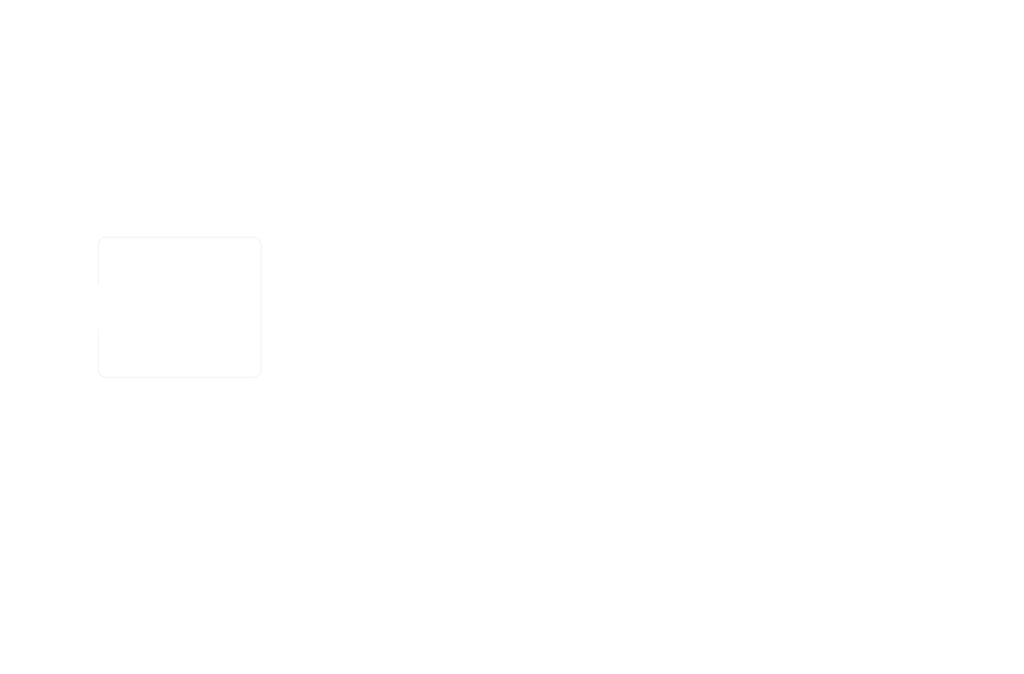
<source format=kicad_pcb>
(kicad_pcb (version 20221018) (generator pcbnew)
  (title_block (title "Title of the Project") (date "2024-01-02") (company "TRENDSOLOGY INC") (comment 4 "Rosten Sweeting"))
  (layers (0 "F.Cu" signal) (31 "B.Cu" signal) (34 "B.Paste" user) (35 "F.Paste" user) (36 "B.SilkS" user "B.Silkscreen") (37 "F.SilkS" user "F.Silkscreen") (38 "B.Mask" user) (39 "F.Mask" user) (44 "Edge.Cuts" user))
  (net 0 "")
  (footprint "MountingHole:MountingHole_2.7mm_M2.5" (layer "F.Cu") (at 241.82 122.12)
    (fp_text reference "MH2" hide)
    (fp_text value "MountingHole_2.7mm_M2.5" hide)
    (pad "" np_thru_hole circle locked (at 0 0) (size 2.7 2.7) (drill 2.7) (layers "*.Cu" "*.Mask"))
  )
  (footprint "MountingHole:MountingHole_2.7mm_M2.5" (layer "F.Cu") (at 183.82 171.12)
    (fp_text reference "MH3" hide)
    (fp_text value "MountingHole_2.7mm_M2.5" hide)
    (pad "" np_thru_hole circle locked (at 0 0) (size 2.7 2.7) (drill 2.7) (layers "*.Cu" "*.Mask"))
  )
  (footprint "MountingHole:MountingHole_2.7mm_M2.5" (layer "F.Cu") (at 183.82 122.12)
    (fp_text reference "MH1" hide)
    (fp_text value "MountingHole_2.7mm_M2.5" hide)
    (pad "" np_thru_hole circle locked (at 0 0) (size 2.7 2.7) (drill 2.7) (layers "*.Cu" "*.Mask"))
  )
  (footprint "MountingHole:MountingHole_2.7mm_M2.5" (layer "F.Cu") (at 241.82 171.12)
    (fp_text reference "MH4" hide)
    (fp_text value "MountingHole_2.7mm_M2.5" hide)
    (pad "" np_thru_hole circle locked (at 0 0) (size 2.7 2.7) (drill 2.7) (layers "*.Cu" "*.Mask"))
  )
  (gr_arc (start 242.32 118.62) (mid 244.44132 119.49868) (end 245.32 121.62) (stroke (width 0.1)) (layer "Edge.Cuts"))
  (gr_line (start 245.32 171.62) (end 245.32 121.62) (stroke (width 0.1)) (layer "Edge.Cuts"))
  (gr_line (start 180.32 121.62) (end 180.32 137.62) (stroke (width 0.1)) (layer "Edge.Cuts"))
  (gr_arc (start 183.32 174.62) (mid 181.19868 173.74132) (end 180.32 171.62) (stroke (width 0.1)) (layer "Edge.Cuts"))
  (gr_line (start 183.32 174.62) (end 242.32 174.62) (stroke (width 0.1)) (layer "Edge.Cuts"))
  (gr_arc (start 245.32 171.62) (mid 244.44132 173.74132) (end 242.32 174.62) (stroke (width 0.1)) (layer "Edge.Cuts"))
  (gr_arc (start 180.32 121.62) (mid 181.19868 119.49868) (end 183.32 118.62) (stroke (width 0.1)) (layer "Edge.Cuts"))
  (gr_line (start 180.32 155.62) (end 180.32 171.62) (stroke (width 0.1)) (layer "Edge.Cuts"))
  (gr_line (start 242.32 118.62) (end 183.32 118.62) (stroke (width 0.1)) (layer "Edge.Cuts"))
)
</source>
